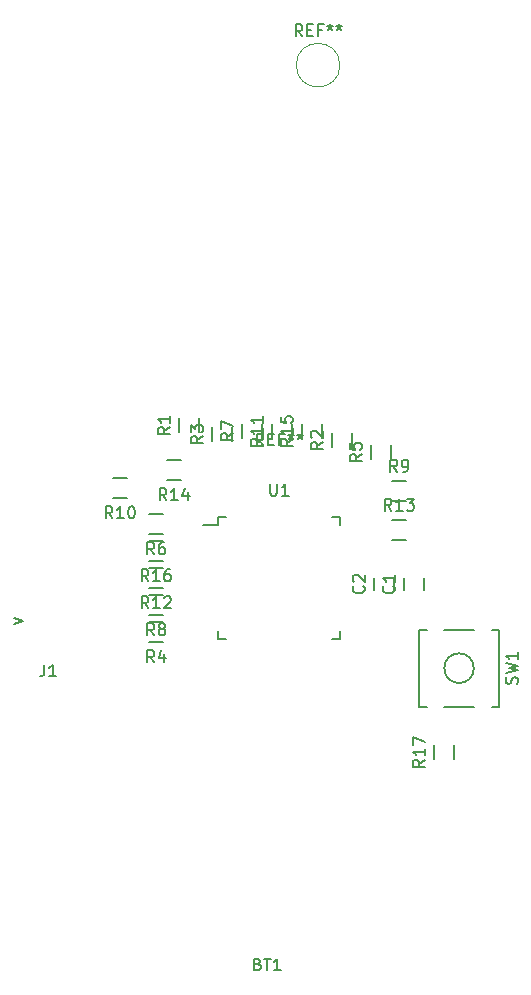
<source format=gbr>
G04 #@! TF.FileFunction,Legend,Top*
%FSLAX46Y46*%
G04 Gerber Fmt 4.6, Leading zero omitted, Abs format (unit mm)*
G04 Created by KiCad (PCBNEW 4.0.4-snap1-stable) date Mon Feb 25 19:09:27 2019*
%MOMM*%
%LPD*%
G01*
G04 APERTURE LIST*
%ADD10C,0.100000*%
%ADD11C,0.150000*%
G04 APERTURE END LIST*
D10*
D11*
X163742000Y-102878000D02*
X163742000Y-103878000D01*
X165442000Y-103878000D02*
X165442000Y-102878000D01*
X161202000Y-102878000D02*
X161202000Y-103878000D01*
X162902000Y-103878000D02*
X162902000Y-102878000D01*
X146417000Y-89316000D02*
X146417000Y-90516000D01*
X144667000Y-90516000D02*
X144667000Y-89316000D01*
X159371000Y-90586000D02*
X159371000Y-91786000D01*
X157621000Y-91786000D02*
X157621000Y-90586000D01*
X149211000Y-90078000D02*
X149211000Y-91278000D01*
X147461000Y-91278000D02*
X147461000Y-90078000D01*
X142148000Y-106567000D02*
X143348000Y-106567000D01*
X143348000Y-108317000D02*
X142148000Y-108317000D01*
X162673000Y-91602000D02*
X162673000Y-92802000D01*
X160923000Y-92802000D02*
X160923000Y-91602000D01*
X142148000Y-97423000D02*
X143348000Y-97423000D01*
X143348000Y-99173000D02*
X142148000Y-99173000D01*
X151751000Y-89824000D02*
X151751000Y-91024000D01*
X150001000Y-91024000D02*
X150001000Y-89824000D01*
X142148000Y-104281000D02*
X143348000Y-104281000D01*
X143348000Y-106031000D02*
X142148000Y-106031000D01*
X163922000Y-96379000D02*
X162722000Y-96379000D01*
X162722000Y-94629000D02*
X163922000Y-94629000D01*
X139100000Y-94375000D02*
X140300000Y-94375000D01*
X140300000Y-96125000D02*
X139100000Y-96125000D01*
X154291000Y-89824000D02*
X154291000Y-91024000D01*
X152541000Y-91024000D02*
X152541000Y-89824000D01*
X142148000Y-101995000D02*
X143348000Y-101995000D01*
X143348000Y-103745000D02*
X142148000Y-103745000D01*
X163922000Y-99681000D02*
X162722000Y-99681000D01*
X162722000Y-97931000D02*
X163922000Y-97931000D01*
X143672000Y-92851000D02*
X144872000Y-92851000D01*
X144872000Y-94601000D02*
X143672000Y-94601000D01*
X156831000Y-89824000D02*
X156831000Y-91024000D01*
X155081000Y-91024000D02*
X155081000Y-89824000D01*
X142148000Y-99709000D02*
X143348000Y-99709000D01*
X143348000Y-101459000D02*
X142148000Y-101459000D01*
X168007000Y-117002000D02*
X168007000Y-118202000D01*
X166257000Y-118202000D02*
X166257000Y-117002000D01*
X169652000Y-110490000D02*
G75*
G03X169652000Y-110490000I-1250000J0D01*
G01*
X165652000Y-113740000D02*
X165002000Y-113740000D01*
X165002000Y-113740000D02*
X165002000Y-107240000D01*
X165002000Y-107240000D02*
X165652000Y-107240000D01*
X171152000Y-113740000D02*
X171802000Y-113740000D01*
X171802000Y-113740000D02*
X171802000Y-107240000D01*
X171802000Y-107240000D02*
X171152000Y-107240000D01*
X169652000Y-113740000D02*
X167152000Y-113740000D01*
X169652000Y-107240000D02*
X167152000Y-107240000D01*
X147987000Y-97695000D02*
X147987000Y-98370000D01*
X158337000Y-97695000D02*
X158337000Y-98370000D01*
X158337000Y-108045000D02*
X158337000Y-107370000D01*
X147987000Y-108045000D02*
X147987000Y-107370000D01*
X147987000Y-97695000D02*
X148662000Y-97695000D01*
X147987000Y-108045000D02*
X148662000Y-108045000D01*
X158337000Y-108045000D02*
X157662000Y-108045000D01*
X158337000Y-97695000D02*
X157662000Y-97695000D01*
X147987000Y-98370000D02*
X146712000Y-98370000D01*
D10*
X158314000Y-59436000D02*
G75*
G03X158314000Y-59436000I-1850000J0D01*
G01*
D11*
X151360286Y-135556571D02*
X151503143Y-135604190D01*
X151550762Y-135651810D01*
X151598381Y-135747048D01*
X151598381Y-135889905D01*
X151550762Y-135985143D01*
X151503143Y-136032762D01*
X151407905Y-136080381D01*
X151026952Y-136080381D01*
X151026952Y-135080381D01*
X151360286Y-135080381D01*
X151455524Y-135128000D01*
X151503143Y-135175619D01*
X151550762Y-135270857D01*
X151550762Y-135366095D01*
X151503143Y-135461333D01*
X151455524Y-135508952D01*
X151360286Y-135556571D01*
X151026952Y-135556571D01*
X151884095Y-135080381D02*
X152455524Y-135080381D01*
X152169809Y-136080381D02*
X152169809Y-135080381D01*
X153312667Y-136080381D02*
X152741238Y-136080381D01*
X153026952Y-136080381D02*
X153026952Y-135080381D01*
X152931714Y-135223238D01*
X152836476Y-135318476D01*
X152741238Y-135366095D01*
X162849143Y-103544666D02*
X162896762Y-103592285D01*
X162944381Y-103735142D01*
X162944381Y-103830380D01*
X162896762Y-103973238D01*
X162801524Y-104068476D01*
X162706286Y-104116095D01*
X162515810Y-104163714D01*
X162372952Y-104163714D01*
X162182476Y-104116095D01*
X162087238Y-104068476D01*
X161992000Y-103973238D01*
X161944381Y-103830380D01*
X161944381Y-103735142D01*
X161992000Y-103592285D01*
X162039619Y-103544666D01*
X162944381Y-102592285D02*
X162944381Y-103163714D01*
X162944381Y-102878000D02*
X161944381Y-102878000D01*
X162087238Y-102973238D01*
X162182476Y-103068476D01*
X162230095Y-103163714D01*
X160309143Y-103544666D02*
X160356762Y-103592285D01*
X160404381Y-103735142D01*
X160404381Y-103830380D01*
X160356762Y-103973238D01*
X160261524Y-104068476D01*
X160166286Y-104116095D01*
X159975810Y-104163714D01*
X159832952Y-104163714D01*
X159642476Y-104116095D01*
X159547238Y-104068476D01*
X159452000Y-103973238D01*
X159404381Y-103830380D01*
X159404381Y-103735142D01*
X159452000Y-103592285D01*
X159499619Y-103544666D01*
X159499619Y-103163714D02*
X159452000Y-103116095D01*
X159404381Y-103020857D01*
X159404381Y-102782761D01*
X159452000Y-102687523D01*
X159499619Y-102639904D01*
X159594857Y-102592285D01*
X159690095Y-102592285D01*
X159832952Y-102639904D01*
X160404381Y-103211333D01*
X160404381Y-102592285D01*
X133270667Y-110188381D02*
X133270667Y-110902667D01*
X133223047Y-111045524D01*
X133127809Y-111140762D01*
X132984952Y-111188381D01*
X132889714Y-111188381D01*
X134270667Y-111188381D02*
X133699238Y-111188381D01*
X133984952Y-111188381D02*
X133984952Y-110188381D01*
X133889714Y-110331238D01*
X133794476Y-110426476D01*
X133699238Y-110474095D01*
X130683048Y-106211714D02*
X131444953Y-106497429D01*
X130683048Y-106783143D01*
X143894381Y-90082666D02*
X143418190Y-90416000D01*
X143894381Y-90654095D02*
X142894381Y-90654095D01*
X142894381Y-90273142D01*
X142942000Y-90177904D01*
X142989619Y-90130285D01*
X143084857Y-90082666D01*
X143227714Y-90082666D01*
X143322952Y-90130285D01*
X143370571Y-90177904D01*
X143418190Y-90273142D01*
X143418190Y-90654095D01*
X143894381Y-89130285D02*
X143894381Y-89701714D01*
X143894381Y-89416000D02*
X142894381Y-89416000D01*
X143037238Y-89511238D01*
X143132476Y-89606476D01*
X143180095Y-89701714D01*
X156848381Y-91352666D02*
X156372190Y-91686000D01*
X156848381Y-91924095D02*
X155848381Y-91924095D01*
X155848381Y-91543142D01*
X155896000Y-91447904D01*
X155943619Y-91400285D01*
X156038857Y-91352666D01*
X156181714Y-91352666D01*
X156276952Y-91400285D01*
X156324571Y-91447904D01*
X156372190Y-91543142D01*
X156372190Y-91924095D01*
X155943619Y-90971714D02*
X155896000Y-90924095D01*
X155848381Y-90828857D01*
X155848381Y-90590761D01*
X155896000Y-90495523D01*
X155943619Y-90447904D01*
X156038857Y-90400285D01*
X156134095Y-90400285D01*
X156276952Y-90447904D01*
X156848381Y-91019333D01*
X156848381Y-90400285D01*
X146688381Y-90844666D02*
X146212190Y-91178000D01*
X146688381Y-91416095D02*
X145688381Y-91416095D01*
X145688381Y-91035142D01*
X145736000Y-90939904D01*
X145783619Y-90892285D01*
X145878857Y-90844666D01*
X146021714Y-90844666D01*
X146116952Y-90892285D01*
X146164571Y-90939904D01*
X146212190Y-91035142D01*
X146212190Y-91416095D01*
X145688381Y-90511333D02*
X145688381Y-89892285D01*
X146069333Y-90225619D01*
X146069333Y-90082761D01*
X146116952Y-89987523D01*
X146164571Y-89939904D01*
X146259810Y-89892285D01*
X146497905Y-89892285D01*
X146593143Y-89939904D01*
X146640762Y-89987523D01*
X146688381Y-90082761D01*
X146688381Y-90368476D01*
X146640762Y-90463714D01*
X146593143Y-90511333D01*
X142581334Y-109994381D02*
X142248000Y-109518190D01*
X142009905Y-109994381D02*
X142009905Y-108994381D01*
X142390858Y-108994381D01*
X142486096Y-109042000D01*
X142533715Y-109089619D01*
X142581334Y-109184857D01*
X142581334Y-109327714D01*
X142533715Y-109422952D01*
X142486096Y-109470571D01*
X142390858Y-109518190D01*
X142009905Y-109518190D01*
X143438477Y-109327714D02*
X143438477Y-109994381D01*
X143200381Y-108946762D02*
X142962286Y-109661048D01*
X143581334Y-109661048D01*
X160150381Y-92368666D02*
X159674190Y-92702000D01*
X160150381Y-92940095D02*
X159150381Y-92940095D01*
X159150381Y-92559142D01*
X159198000Y-92463904D01*
X159245619Y-92416285D01*
X159340857Y-92368666D01*
X159483714Y-92368666D01*
X159578952Y-92416285D01*
X159626571Y-92463904D01*
X159674190Y-92559142D01*
X159674190Y-92940095D01*
X159150381Y-91463904D02*
X159150381Y-91940095D01*
X159626571Y-91987714D01*
X159578952Y-91940095D01*
X159531333Y-91844857D01*
X159531333Y-91606761D01*
X159578952Y-91511523D01*
X159626571Y-91463904D01*
X159721810Y-91416285D01*
X159959905Y-91416285D01*
X160055143Y-91463904D01*
X160102762Y-91511523D01*
X160150381Y-91606761D01*
X160150381Y-91844857D01*
X160102762Y-91940095D01*
X160055143Y-91987714D01*
X142581334Y-100850381D02*
X142248000Y-100374190D01*
X142009905Y-100850381D02*
X142009905Y-99850381D01*
X142390858Y-99850381D01*
X142486096Y-99898000D01*
X142533715Y-99945619D01*
X142581334Y-100040857D01*
X142581334Y-100183714D01*
X142533715Y-100278952D01*
X142486096Y-100326571D01*
X142390858Y-100374190D01*
X142009905Y-100374190D01*
X143438477Y-99850381D02*
X143248000Y-99850381D01*
X143152762Y-99898000D01*
X143105143Y-99945619D01*
X143009905Y-100088476D01*
X142962286Y-100278952D01*
X142962286Y-100659905D01*
X143009905Y-100755143D01*
X143057524Y-100802762D01*
X143152762Y-100850381D01*
X143343239Y-100850381D01*
X143438477Y-100802762D01*
X143486096Y-100755143D01*
X143533715Y-100659905D01*
X143533715Y-100421810D01*
X143486096Y-100326571D01*
X143438477Y-100278952D01*
X143343239Y-100231333D01*
X143152762Y-100231333D01*
X143057524Y-100278952D01*
X143009905Y-100326571D01*
X142962286Y-100421810D01*
X149228381Y-90590666D02*
X148752190Y-90924000D01*
X149228381Y-91162095D02*
X148228381Y-91162095D01*
X148228381Y-90781142D01*
X148276000Y-90685904D01*
X148323619Y-90638285D01*
X148418857Y-90590666D01*
X148561714Y-90590666D01*
X148656952Y-90638285D01*
X148704571Y-90685904D01*
X148752190Y-90781142D01*
X148752190Y-91162095D01*
X148228381Y-90257333D02*
X148228381Y-89590666D01*
X149228381Y-90019238D01*
X142581334Y-107708381D02*
X142248000Y-107232190D01*
X142009905Y-107708381D02*
X142009905Y-106708381D01*
X142390858Y-106708381D01*
X142486096Y-106756000D01*
X142533715Y-106803619D01*
X142581334Y-106898857D01*
X142581334Y-107041714D01*
X142533715Y-107136952D01*
X142486096Y-107184571D01*
X142390858Y-107232190D01*
X142009905Y-107232190D01*
X143152762Y-107136952D02*
X143057524Y-107089333D01*
X143009905Y-107041714D01*
X142962286Y-106946476D01*
X142962286Y-106898857D01*
X143009905Y-106803619D01*
X143057524Y-106756000D01*
X143152762Y-106708381D01*
X143343239Y-106708381D01*
X143438477Y-106756000D01*
X143486096Y-106803619D01*
X143533715Y-106898857D01*
X143533715Y-106946476D01*
X143486096Y-107041714D01*
X143438477Y-107089333D01*
X143343239Y-107136952D01*
X143152762Y-107136952D01*
X143057524Y-107184571D01*
X143009905Y-107232190D01*
X142962286Y-107327429D01*
X142962286Y-107517905D01*
X143009905Y-107613143D01*
X143057524Y-107660762D01*
X143152762Y-107708381D01*
X143343239Y-107708381D01*
X143438477Y-107660762D01*
X143486096Y-107613143D01*
X143533715Y-107517905D01*
X143533715Y-107327429D01*
X143486096Y-107232190D01*
X143438477Y-107184571D01*
X143343239Y-107136952D01*
X163155334Y-93856381D02*
X162822000Y-93380190D01*
X162583905Y-93856381D02*
X162583905Y-92856381D01*
X162964858Y-92856381D01*
X163060096Y-92904000D01*
X163107715Y-92951619D01*
X163155334Y-93046857D01*
X163155334Y-93189714D01*
X163107715Y-93284952D01*
X163060096Y-93332571D01*
X162964858Y-93380190D01*
X162583905Y-93380190D01*
X163631524Y-93856381D02*
X163822000Y-93856381D01*
X163917239Y-93808762D01*
X163964858Y-93761143D01*
X164060096Y-93618286D01*
X164107715Y-93427810D01*
X164107715Y-93046857D01*
X164060096Y-92951619D01*
X164012477Y-92904000D01*
X163917239Y-92856381D01*
X163726762Y-92856381D01*
X163631524Y-92904000D01*
X163583905Y-92951619D01*
X163536286Y-93046857D01*
X163536286Y-93284952D01*
X163583905Y-93380190D01*
X163631524Y-93427810D01*
X163726762Y-93475429D01*
X163917239Y-93475429D01*
X164012477Y-93427810D01*
X164060096Y-93380190D01*
X164107715Y-93284952D01*
X139057143Y-97802381D02*
X138723809Y-97326190D01*
X138485714Y-97802381D02*
X138485714Y-96802381D01*
X138866667Y-96802381D01*
X138961905Y-96850000D01*
X139009524Y-96897619D01*
X139057143Y-96992857D01*
X139057143Y-97135714D01*
X139009524Y-97230952D01*
X138961905Y-97278571D01*
X138866667Y-97326190D01*
X138485714Y-97326190D01*
X140009524Y-97802381D02*
X139438095Y-97802381D01*
X139723809Y-97802381D02*
X139723809Y-96802381D01*
X139628571Y-96945238D01*
X139533333Y-97040476D01*
X139438095Y-97088095D01*
X140628571Y-96802381D02*
X140723810Y-96802381D01*
X140819048Y-96850000D01*
X140866667Y-96897619D01*
X140914286Y-96992857D01*
X140961905Y-97183333D01*
X140961905Y-97421429D01*
X140914286Y-97611905D01*
X140866667Y-97707143D01*
X140819048Y-97754762D01*
X140723810Y-97802381D01*
X140628571Y-97802381D01*
X140533333Y-97754762D01*
X140485714Y-97707143D01*
X140438095Y-97611905D01*
X140390476Y-97421429D01*
X140390476Y-97183333D01*
X140438095Y-96992857D01*
X140485714Y-96897619D01*
X140533333Y-96850000D01*
X140628571Y-96802381D01*
X151768381Y-91066857D02*
X151292190Y-91400191D01*
X151768381Y-91638286D02*
X150768381Y-91638286D01*
X150768381Y-91257333D01*
X150816000Y-91162095D01*
X150863619Y-91114476D01*
X150958857Y-91066857D01*
X151101714Y-91066857D01*
X151196952Y-91114476D01*
X151244571Y-91162095D01*
X151292190Y-91257333D01*
X151292190Y-91638286D01*
X151768381Y-90114476D02*
X151768381Y-90685905D01*
X151768381Y-90400191D02*
X150768381Y-90400191D01*
X150911238Y-90495429D01*
X151006476Y-90590667D01*
X151054095Y-90685905D01*
X151768381Y-89162095D02*
X151768381Y-89733524D01*
X151768381Y-89447810D02*
X150768381Y-89447810D01*
X150911238Y-89543048D01*
X151006476Y-89638286D01*
X151054095Y-89733524D01*
X142105143Y-105422381D02*
X141771809Y-104946190D01*
X141533714Y-105422381D02*
X141533714Y-104422381D01*
X141914667Y-104422381D01*
X142009905Y-104470000D01*
X142057524Y-104517619D01*
X142105143Y-104612857D01*
X142105143Y-104755714D01*
X142057524Y-104850952D01*
X142009905Y-104898571D01*
X141914667Y-104946190D01*
X141533714Y-104946190D01*
X143057524Y-105422381D02*
X142486095Y-105422381D01*
X142771809Y-105422381D02*
X142771809Y-104422381D01*
X142676571Y-104565238D01*
X142581333Y-104660476D01*
X142486095Y-104708095D01*
X143438476Y-104517619D02*
X143486095Y-104470000D01*
X143581333Y-104422381D01*
X143819429Y-104422381D01*
X143914667Y-104470000D01*
X143962286Y-104517619D01*
X144009905Y-104612857D01*
X144009905Y-104708095D01*
X143962286Y-104850952D01*
X143390857Y-105422381D01*
X144009905Y-105422381D01*
X162679143Y-97158381D02*
X162345809Y-96682190D01*
X162107714Y-97158381D02*
X162107714Y-96158381D01*
X162488667Y-96158381D01*
X162583905Y-96206000D01*
X162631524Y-96253619D01*
X162679143Y-96348857D01*
X162679143Y-96491714D01*
X162631524Y-96586952D01*
X162583905Y-96634571D01*
X162488667Y-96682190D01*
X162107714Y-96682190D01*
X163631524Y-97158381D02*
X163060095Y-97158381D01*
X163345809Y-97158381D02*
X163345809Y-96158381D01*
X163250571Y-96301238D01*
X163155333Y-96396476D01*
X163060095Y-96444095D01*
X163964857Y-96158381D02*
X164583905Y-96158381D01*
X164250571Y-96539333D01*
X164393429Y-96539333D01*
X164488667Y-96586952D01*
X164536286Y-96634571D01*
X164583905Y-96729810D01*
X164583905Y-96967905D01*
X164536286Y-97063143D01*
X164488667Y-97110762D01*
X164393429Y-97158381D01*
X164107714Y-97158381D01*
X164012476Y-97110762D01*
X163964857Y-97063143D01*
X143629143Y-96278381D02*
X143295809Y-95802190D01*
X143057714Y-96278381D02*
X143057714Y-95278381D01*
X143438667Y-95278381D01*
X143533905Y-95326000D01*
X143581524Y-95373619D01*
X143629143Y-95468857D01*
X143629143Y-95611714D01*
X143581524Y-95706952D01*
X143533905Y-95754571D01*
X143438667Y-95802190D01*
X143057714Y-95802190D01*
X144581524Y-96278381D02*
X144010095Y-96278381D01*
X144295809Y-96278381D02*
X144295809Y-95278381D01*
X144200571Y-95421238D01*
X144105333Y-95516476D01*
X144010095Y-95564095D01*
X145438667Y-95611714D02*
X145438667Y-96278381D01*
X145200571Y-95230762D02*
X144962476Y-95945048D01*
X145581524Y-95945048D01*
X154308381Y-91066857D02*
X153832190Y-91400191D01*
X154308381Y-91638286D02*
X153308381Y-91638286D01*
X153308381Y-91257333D01*
X153356000Y-91162095D01*
X153403619Y-91114476D01*
X153498857Y-91066857D01*
X153641714Y-91066857D01*
X153736952Y-91114476D01*
X153784571Y-91162095D01*
X153832190Y-91257333D01*
X153832190Y-91638286D01*
X154308381Y-90114476D02*
X154308381Y-90685905D01*
X154308381Y-90400191D02*
X153308381Y-90400191D01*
X153451238Y-90495429D01*
X153546476Y-90590667D01*
X153594095Y-90685905D01*
X153308381Y-89209714D02*
X153308381Y-89685905D01*
X153784571Y-89733524D01*
X153736952Y-89685905D01*
X153689333Y-89590667D01*
X153689333Y-89352571D01*
X153736952Y-89257333D01*
X153784571Y-89209714D01*
X153879810Y-89162095D01*
X154117905Y-89162095D01*
X154213143Y-89209714D01*
X154260762Y-89257333D01*
X154308381Y-89352571D01*
X154308381Y-89590667D01*
X154260762Y-89685905D01*
X154213143Y-89733524D01*
X142105143Y-103136381D02*
X141771809Y-102660190D01*
X141533714Y-103136381D02*
X141533714Y-102136381D01*
X141914667Y-102136381D01*
X142009905Y-102184000D01*
X142057524Y-102231619D01*
X142105143Y-102326857D01*
X142105143Y-102469714D01*
X142057524Y-102564952D01*
X142009905Y-102612571D01*
X141914667Y-102660190D01*
X141533714Y-102660190D01*
X143057524Y-103136381D02*
X142486095Y-103136381D01*
X142771809Y-103136381D02*
X142771809Y-102136381D01*
X142676571Y-102279238D01*
X142581333Y-102374476D01*
X142486095Y-102422095D01*
X143914667Y-102136381D02*
X143724190Y-102136381D01*
X143628952Y-102184000D01*
X143581333Y-102231619D01*
X143486095Y-102374476D01*
X143438476Y-102564952D01*
X143438476Y-102945905D01*
X143486095Y-103041143D01*
X143533714Y-103088762D01*
X143628952Y-103136381D01*
X143819429Y-103136381D01*
X143914667Y-103088762D01*
X143962286Y-103041143D01*
X144009905Y-102945905D01*
X144009905Y-102707810D01*
X143962286Y-102612571D01*
X143914667Y-102564952D01*
X143819429Y-102517333D01*
X143628952Y-102517333D01*
X143533714Y-102564952D01*
X143486095Y-102612571D01*
X143438476Y-102707810D01*
X165484381Y-118244857D02*
X165008190Y-118578191D01*
X165484381Y-118816286D02*
X164484381Y-118816286D01*
X164484381Y-118435333D01*
X164532000Y-118340095D01*
X164579619Y-118292476D01*
X164674857Y-118244857D01*
X164817714Y-118244857D01*
X164912952Y-118292476D01*
X164960571Y-118340095D01*
X165008190Y-118435333D01*
X165008190Y-118816286D01*
X165484381Y-117292476D02*
X165484381Y-117863905D01*
X165484381Y-117578191D02*
X164484381Y-117578191D01*
X164627238Y-117673429D01*
X164722476Y-117768667D01*
X164770095Y-117863905D01*
X164484381Y-116959143D02*
X164484381Y-116292476D01*
X165484381Y-116721048D01*
X173306762Y-111823333D02*
X173354381Y-111680476D01*
X173354381Y-111442380D01*
X173306762Y-111347142D01*
X173259143Y-111299523D01*
X173163905Y-111251904D01*
X173068667Y-111251904D01*
X172973429Y-111299523D01*
X172925810Y-111347142D01*
X172878190Y-111442380D01*
X172830571Y-111632857D01*
X172782952Y-111728095D01*
X172735333Y-111775714D01*
X172640095Y-111823333D01*
X172544857Y-111823333D01*
X172449619Y-111775714D01*
X172402000Y-111728095D01*
X172354381Y-111632857D01*
X172354381Y-111394761D01*
X172402000Y-111251904D01*
X172354381Y-110918571D02*
X173354381Y-110680476D01*
X172640095Y-110489999D01*
X173354381Y-110299523D01*
X172354381Y-110061428D01*
X173354381Y-109156666D02*
X173354381Y-109728095D01*
X173354381Y-109442381D02*
X172354381Y-109442381D01*
X172497238Y-109537619D01*
X172592476Y-109632857D01*
X172640095Y-109728095D01*
X152400095Y-94872381D02*
X152400095Y-95681905D01*
X152447714Y-95777143D01*
X152495333Y-95824762D01*
X152590571Y-95872381D01*
X152781048Y-95872381D01*
X152876286Y-95824762D01*
X152923905Y-95777143D01*
X152971524Y-95681905D01*
X152971524Y-94872381D01*
X153971524Y-95872381D02*
X153400095Y-95872381D01*
X153685809Y-95872381D02*
X153685809Y-94872381D01*
X153590571Y-95015238D01*
X153495333Y-95110476D01*
X153400095Y-95158095D01*
X151828667Y-91630381D02*
X151495333Y-91154190D01*
X151257238Y-91630381D02*
X151257238Y-90630381D01*
X151638191Y-90630381D01*
X151733429Y-90678000D01*
X151781048Y-90725619D01*
X151828667Y-90820857D01*
X151828667Y-90963714D01*
X151781048Y-91058952D01*
X151733429Y-91106571D01*
X151638191Y-91154190D01*
X151257238Y-91154190D01*
X152257238Y-91106571D02*
X152590572Y-91106571D01*
X152733429Y-91630381D02*
X152257238Y-91630381D01*
X152257238Y-90630381D01*
X152733429Y-90630381D01*
X153495334Y-91106571D02*
X153162000Y-91106571D01*
X153162000Y-91630381D02*
X153162000Y-90630381D01*
X153638191Y-90630381D01*
X154162000Y-90630381D02*
X154162000Y-90868476D01*
X153923905Y-90773238D02*
X154162000Y-90868476D01*
X154400096Y-90773238D01*
X154019143Y-91058952D02*
X154162000Y-90868476D01*
X154304858Y-91058952D01*
X154923905Y-90630381D02*
X154923905Y-90868476D01*
X154685810Y-90773238D02*
X154923905Y-90868476D01*
X155162001Y-90773238D01*
X154781048Y-91058952D02*
X154923905Y-90868476D01*
X155066763Y-91058952D01*
X155130667Y-56988381D02*
X154797333Y-56512190D01*
X154559238Y-56988381D02*
X154559238Y-55988381D01*
X154940191Y-55988381D01*
X155035429Y-56036000D01*
X155083048Y-56083619D01*
X155130667Y-56178857D01*
X155130667Y-56321714D01*
X155083048Y-56416952D01*
X155035429Y-56464571D01*
X154940191Y-56512190D01*
X154559238Y-56512190D01*
X155559238Y-56464571D02*
X155892572Y-56464571D01*
X156035429Y-56988381D02*
X155559238Y-56988381D01*
X155559238Y-55988381D01*
X156035429Y-55988381D01*
X156797334Y-56464571D02*
X156464000Y-56464571D01*
X156464000Y-56988381D02*
X156464000Y-55988381D01*
X156940191Y-55988381D01*
X157464000Y-55988381D02*
X157464000Y-56226476D01*
X157225905Y-56131238D02*
X157464000Y-56226476D01*
X157702096Y-56131238D01*
X157321143Y-56416952D02*
X157464000Y-56226476D01*
X157606858Y-56416952D01*
X158225905Y-55988381D02*
X158225905Y-56226476D01*
X157987810Y-56131238D02*
X158225905Y-56226476D01*
X158464001Y-56131238D01*
X158083048Y-56416952D02*
X158225905Y-56226476D01*
X158368763Y-56416952D01*
M02*

</source>
